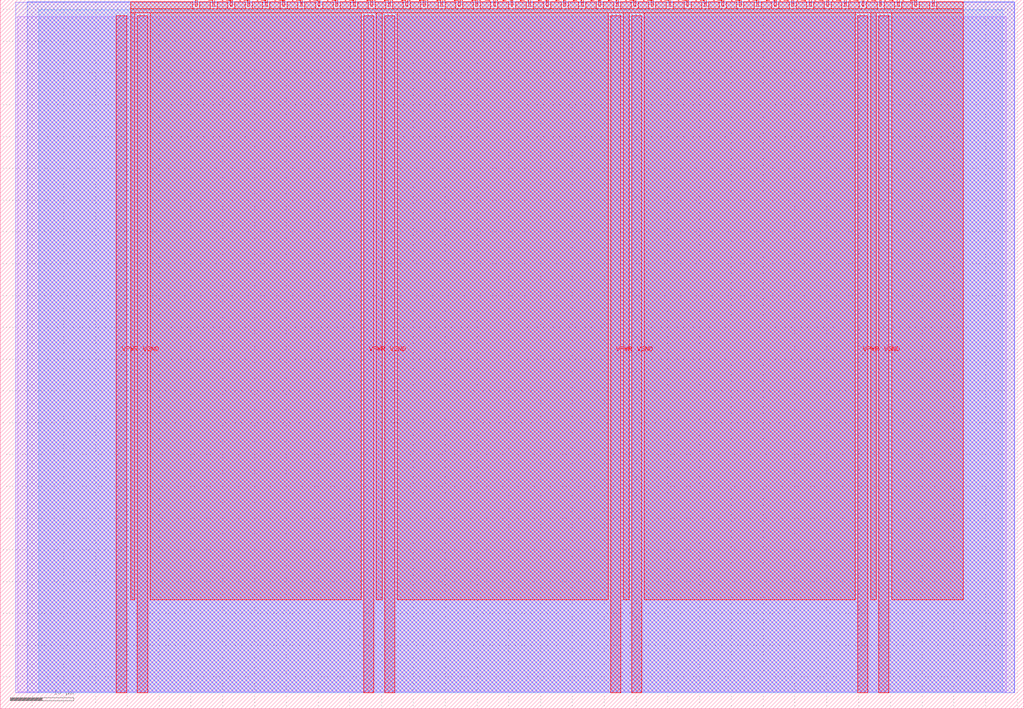
<source format=lef>
VERSION 5.7 ;
  NOWIREEXTENSIONATPIN ON ;
  DIVIDERCHAR "/" ;
  BUSBITCHARS "[]" ;
MACRO tt_um_tommythorn_maxbw
  CLASS BLOCK ;
  FOREIGN tt_um_tommythorn_maxbw ;
  ORIGIN 0.000 0.000 ;
  SIZE 161.000 BY 111.520 ;
  PIN VGND
    DIRECTION INOUT ;
    USE GROUND ;
    PORT
      LAYER met4 ;
        RECT 21.580 2.480 23.180 109.040 ;
    END
    PORT
      LAYER met4 ;
        RECT 60.450 2.480 62.050 109.040 ;
    END
    PORT
      LAYER met4 ;
        RECT 99.320 2.480 100.920 109.040 ;
    END
    PORT
      LAYER met4 ;
        RECT 138.190 2.480 139.790 109.040 ;
    END
  END VGND
  PIN VPWR
    DIRECTION INOUT ;
    USE POWER ;
    PORT
      LAYER met4 ;
        RECT 18.280 2.480 19.880 109.040 ;
    END
    PORT
      LAYER met4 ;
        RECT 57.150 2.480 58.750 109.040 ;
    END
    PORT
      LAYER met4 ;
        RECT 96.020 2.480 97.620 109.040 ;
    END
    PORT
      LAYER met4 ;
        RECT 134.890 2.480 136.490 109.040 ;
    END
  END VPWR
  PIN clk
    DIRECTION INPUT ;
    USE SIGNAL ;
    PORT
      LAYER met4 ;
        RECT 143.830 110.520 144.130 111.520 ;
    END
  END clk
  PIN ena
    DIRECTION INPUT ;
    USE SIGNAL ;
    PORT
      LAYER met4 ;
        RECT 146.590 110.520 146.890 111.520 ;
    END
  END ena
  PIN rst_n
    DIRECTION INPUT ;
    USE SIGNAL ;
    ANTENNAGATEAREA 0.495000 ;
    PORT
      LAYER met4 ;
        RECT 141.070 110.520 141.370 111.520 ;
    END
  END rst_n
  PIN ui_in[0]
    DIRECTION INPUT ;
    USE SIGNAL ;
    ANTENNAGATEAREA 0.196500 ;
    PORT
      LAYER met4 ;
        RECT 138.310 110.520 138.610 111.520 ;
    END
  END ui_in[0]
  PIN ui_in[1]
    DIRECTION INPUT ;
    USE SIGNAL ;
    PORT
      LAYER met4 ;
        RECT 135.550 110.520 135.850 111.520 ;
    END
  END ui_in[1]
  PIN ui_in[2]
    DIRECTION INPUT ;
    USE SIGNAL ;
    PORT
      LAYER met4 ;
        RECT 132.790 110.520 133.090 111.520 ;
    END
  END ui_in[2]
  PIN ui_in[3]
    DIRECTION INPUT ;
    USE SIGNAL ;
    PORT
      LAYER met4 ;
        RECT 130.030 110.520 130.330 111.520 ;
    END
  END ui_in[3]
  PIN ui_in[4]
    DIRECTION INPUT ;
    USE SIGNAL ;
    PORT
      LAYER met4 ;
        RECT 127.270 110.520 127.570 111.520 ;
    END
  END ui_in[4]
  PIN ui_in[5]
    DIRECTION INPUT ;
    USE SIGNAL ;
    PORT
      LAYER met4 ;
        RECT 124.510 110.520 124.810 111.520 ;
    END
  END ui_in[5]
  PIN ui_in[6]
    DIRECTION INPUT ;
    USE SIGNAL ;
    PORT
      LAYER met4 ;
        RECT 121.750 110.520 122.050 111.520 ;
    END
  END ui_in[6]
  PIN ui_in[7]
    DIRECTION INPUT ;
    USE SIGNAL ;
    PORT
      LAYER met4 ;
        RECT 118.990 110.520 119.290 111.520 ;
    END
  END ui_in[7]
  PIN uio_in[0]
    DIRECTION INPUT ;
    USE SIGNAL ;
    PORT
      LAYER met4 ;
        RECT 116.230 110.520 116.530 111.520 ;
    END
  END uio_in[0]
  PIN uio_in[1]
    DIRECTION INPUT ;
    USE SIGNAL ;
    PORT
      LAYER met4 ;
        RECT 113.470 110.520 113.770 111.520 ;
    END
  END uio_in[1]
  PIN uio_in[2]
    DIRECTION INPUT ;
    USE SIGNAL ;
    PORT
      LAYER met4 ;
        RECT 110.710 110.520 111.010 111.520 ;
    END
  END uio_in[2]
  PIN uio_in[3]
    DIRECTION INPUT ;
    USE SIGNAL ;
    PORT
      LAYER met4 ;
        RECT 107.950 110.520 108.250 111.520 ;
    END
  END uio_in[3]
  PIN uio_in[4]
    DIRECTION INPUT ;
    USE SIGNAL ;
    PORT
      LAYER met4 ;
        RECT 105.190 110.520 105.490 111.520 ;
    END
  END uio_in[4]
  PIN uio_in[5]
    DIRECTION INPUT ;
    USE SIGNAL ;
    PORT
      LAYER met4 ;
        RECT 102.430 110.520 102.730 111.520 ;
    END
  END uio_in[5]
  PIN uio_in[6]
    DIRECTION INPUT ;
    USE SIGNAL ;
    PORT
      LAYER met4 ;
        RECT 99.670 110.520 99.970 111.520 ;
    END
  END uio_in[6]
  PIN uio_in[7]
    DIRECTION INPUT ;
    USE SIGNAL ;
    PORT
      LAYER met4 ;
        RECT 96.910 110.520 97.210 111.520 ;
    END
  END uio_in[7]
  PIN uio_oe[0]
    DIRECTION OUTPUT ;
    USE SIGNAL ;
    ANTENNADIFFAREA 0.445500 ;
    PORT
      LAYER met4 ;
        RECT 49.990 110.520 50.290 111.520 ;
    END
  END uio_oe[0]
  PIN uio_oe[1]
    DIRECTION OUTPUT ;
    USE SIGNAL ;
    ANTENNADIFFAREA 0.445500 ;
    PORT
      LAYER met4 ;
        RECT 47.230 110.520 47.530 111.520 ;
    END
  END uio_oe[1]
  PIN uio_oe[2]
    DIRECTION OUTPUT ;
    USE SIGNAL ;
    ANTENNADIFFAREA 0.445500 ;
    PORT
      LAYER met4 ;
        RECT 44.470 110.520 44.770 111.520 ;
    END
  END uio_oe[2]
  PIN uio_oe[3]
    DIRECTION OUTPUT ;
    USE SIGNAL ;
    ANTENNADIFFAREA 0.445500 ;
    PORT
      LAYER met4 ;
        RECT 41.710 110.520 42.010 111.520 ;
    END
  END uio_oe[3]
  PIN uio_oe[4]
    DIRECTION OUTPUT ;
    USE SIGNAL ;
    ANTENNADIFFAREA 0.445500 ;
    PORT
      LAYER met4 ;
        RECT 38.950 110.520 39.250 111.520 ;
    END
  END uio_oe[4]
  PIN uio_oe[5]
    DIRECTION OUTPUT ;
    USE SIGNAL ;
    ANTENNADIFFAREA 0.445500 ;
    PORT
      LAYER met4 ;
        RECT 36.190 110.520 36.490 111.520 ;
    END
  END uio_oe[5]
  PIN uio_oe[6]
    DIRECTION OUTPUT ;
    USE SIGNAL ;
    ANTENNADIFFAREA 0.445500 ;
    PORT
      LAYER met4 ;
        RECT 33.430 110.520 33.730 111.520 ;
    END
  END uio_oe[6]
  PIN uio_oe[7]
    DIRECTION OUTPUT ;
    USE SIGNAL ;
    ANTENNADIFFAREA 0.445500 ;
    PORT
      LAYER met4 ;
        RECT 30.670 110.520 30.970 111.520 ;
    END
  END uio_oe[7]
  PIN uio_out[0]
    DIRECTION OUTPUT ;
    USE SIGNAL ;
    ANTENNADIFFAREA 1.524450 ;
    PORT
      LAYER met4 ;
        RECT 72.070 110.520 72.370 111.520 ;
    END
  END uio_out[0]
  PIN uio_out[1]
    DIRECTION OUTPUT ;
    USE SIGNAL ;
    ANTENNADIFFAREA 1.524450 ;
    PORT
      LAYER met4 ;
        RECT 69.310 110.520 69.610 111.520 ;
    END
  END uio_out[1]
  PIN uio_out[2]
    DIRECTION OUTPUT ;
    USE SIGNAL ;
    ANTENNADIFFAREA 1.524450 ;
    PORT
      LAYER met4 ;
        RECT 66.550 110.520 66.850 111.520 ;
    END
  END uio_out[2]
  PIN uio_out[3]
    DIRECTION OUTPUT ;
    USE SIGNAL ;
    ANTENNADIFFAREA 1.524450 ;
    PORT
      LAYER met4 ;
        RECT 63.790 110.520 64.090 111.520 ;
    END
  END uio_out[3]
  PIN uio_out[4]
    DIRECTION OUTPUT ;
    USE SIGNAL ;
    ANTENNADIFFAREA 0.795200 ;
    PORT
      LAYER met4 ;
        RECT 61.030 110.520 61.330 111.520 ;
    END
  END uio_out[4]
  PIN uio_out[5]
    DIRECTION OUTPUT ;
    USE SIGNAL ;
    ANTENNADIFFAREA 0.795200 ;
    PORT
      LAYER met4 ;
        RECT 58.270 110.520 58.570 111.520 ;
    END
  END uio_out[5]
  PIN uio_out[6]
    DIRECTION OUTPUT ;
    USE SIGNAL ;
    ANTENNADIFFAREA 0.445500 ;
    PORT
      LAYER met4 ;
        RECT 55.510 110.520 55.810 111.520 ;
    END
  END uio_out[6]
  PIN uio_out[7]
    DIRECTION OUTPUT ;
    USE SIGNAL ;
    ANTENNADIFFAREA 0.445500 ;
    PORT
      LAYER met4 ;
        RECT 52.750 110.520 53.050 111.520 ;
    END
  END uio_out[7]
  PIN uo_out[0]
    DIRECTION OUTPUT ;
    USE SIGNAL ;
    ANTENNADIFFAREA 1.336500 ;
    PORT
      LAYER met4 ;
        RECT 94.150 110.520 94.450 111.520 ;
    END
  END uo_out[0]
  PIN uo_out[1]
    DIRECTION OUTPUT ;
    USE SIGNAL ;
    ANTENNADIFFAREA 1.524450 ;
    PORT
      LAYER met4 ;
        RECT 91.390 110.520 91.690 111.520 ;
    END
  END uo_out[1]
  PIN uo_out[2]
    DIRECTION OUTPUT ;
    USE SIGNAL ;
    ANTENNADIFFAREA 1.524450 ;
    PORT
      LAYER met4 ;
        RECT 88.630 110.520 88.930 111.520 ;
    END
  END uo_out[2]
  PIN uo_out[3]
    DIRECTION OUTPUT ;
    USE SIGNAL ;
    ANTENNADIFFAREA 1.524450 ;
    PORT
      LAYER met4 ;
        RECT 85.870 110.520 86.170 111.520 ;
    END
  END uo_out[3]
  PIN uo_out[4]
    DIRECTION OUTPUT ;
    USE SIGNAL ;
    ANTENNADIFFAREA 1.524450 ;
    PORT
      LAYER met4 ;
        RECT 83.110 110.520 83.410 111.520 ;
    END
  END uo_out[4]
  PIN uo_out[5]
    DIRECTION OUTPUT ;
    USE SIGNAL ;
    ANTENNADIFFAREA 1.524450 ;
    PORT
      LAYER met4 ;
        RECT 80.350 110.520 80.650 111.520 ;
    END
  END uo_out[5]
  PIN uo_out[6]
    DIRECTION OUTPUT ;
    USE SIGNAL ;
    ANTENNADIFFAREA 1.524450 ;
    PORT
      LAYER met4 ;
        RECT 77.590 110.520 77.890 111.520 ;
    END
  END uo_out[6]
  PIN uo_out[7]
    DIRECTION OUTPUT ;
    USE SIGNAL ;
    ANTENNADIFFAREA 1.524450 ;
    PORT
      LAYER met4 ;
        RECT 74.830 110.520 75.130 111.520 ;
    END
  END uo_out[7]
  OBS
      LAYER li1 ;
        RECT 2.760 2.635 158.240 108.885 ;
      LAYER met1 ;
        RECT 2.460 2.480 159.550 111.140 ;
      LAYER met2 ;
        RECT 4.240 2.535 159.520 111.170 ;
      LAYER met3 ;
        RECT 6.045 2.555 157.715 109.985 ;
      LAYER met4 ;
        RECT 20.535 110.120 30.270 111.170 ;
        RECT 31.370 110.120 33.030 111.170 ;
        RECT 34.130 110.120 35.790 111.170 ;
        RECT 36.890 110.120 38.550 111.170 ;
        RECT 39.650 110.120 41.310 111.170 ;
        RECT 42.410 110.120 44.070 111.170 ;
        RECT 45.170 110.120 46.830 111.170 ;
        RECT 47.930 110.120 49.590 111.170 ;
        RECT 50.690 110.120 52.350 111.170 ;
        RECT 53.450 110.120 55.110 111.170 ;
        RECT 56.210 110.120 57.870 111.170 ;
        RECT 58.970 110.120 60.630 111.170 ;
        RECT 61.730 110.120 63.390 111.170 ;
        RECT 64.490 110.120 66.150 111.170 ;
        RECT 67.250 110.120 68.910 111.170 ;
        RECT 70.010 110.120 71.670 111.170 ;
        RECT 72.770 110.120 74.430 111.170 ;
        RECT 75.530 110.120 77.190 111.170 ;
        RECT 78.290 110.120 79.950 111.170 ;
        RECT 81.050 110.120 82.710 111.170 ;
        RECT 83.810 110.120 85.470 111.170 ;
        RECT 86.570 110.120 88.230 111.170 ;
        RECT 89.330 110.120 90.990 111.170 ;
        RECT 92.090 110.120 93.750 111.170 ;
        RECT 94.850 110.120 96.510 111.170 ;
        RECT 97.610 110.120 99.270 111.170 ;
        RECT 100.370 110.120 102.030 111.170 ;
        RECT 103.130 110.120 104.790 111.170 ;
        RECT 105.890 110.120 107.550 111.170 ;
        RECT 108.650 110.120 110.310 111.170 ;
        RECT 111.410 110.120 113.070 111.170 ;
        RECT 114.170 110.120 115.830 111.170 ;
        RECT 116.930 110.120 118.590 111.170 ;
        RECT 119.690 110.120 121.350 111.170 ;
        RECT 122.450 110.120 124.110 111.170 ;
        RECT 125.210 110.120 126.870 111.170 ;
        RECT 127.970 110.120 129.630 111.170 ;
        RECT 130.730 110.120 132.390 111.170 ;
        RECT 133.490 110.120 135.150 111.170 ;
        RECT 136.250 110.120 137.910 111.170 ;
        RECT 139.010 110.120 140.670 111.170 ;
        RECT 141.770 110.120 143.430 111.170 ;
        RECT 144.530 110.120 146.190 111.170 ;
        RECT 147.290 110.120 151.505 111.170 ;
        RECT 20.535 109.440 151.505 110.120 ;
        RECT 20.535 17.175 21.180 109.440 ;
        RECT 23.580 17.175 56.750 109.440 ;
        RECT 59.150 17.175 60.050 109.440 ;
        RECT 62.450 17.175 95.620 109.440 ;
        RECT 98.020 17.175 98.920 109.440 ;
        RECT 101.320 17.175 134.490 109.440 ;
        RECT 136.890 17.175 137.790 109.440 ;
        RECT 140.190 17.175 151.505 109.440 ;
  END
END tt_um_tommythorn_maxbw
END LIBRARY


</source>
